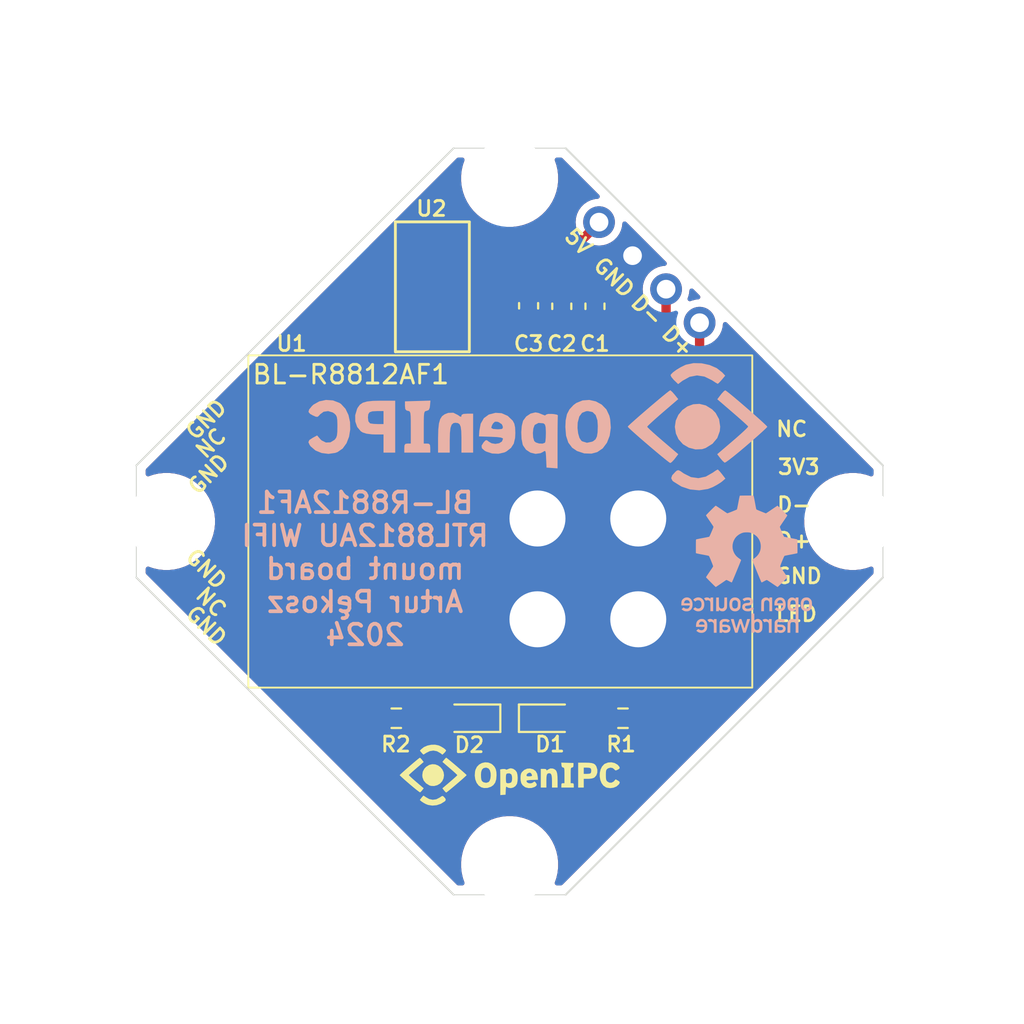
<source format=kicad_pcb>
(kicad_pcb (version 20240108) (generator "pcbnew") (generator_version "8.0")
  (layers (0 "F.Cu" signal) (31 "B.Cu" signal) (34 "B.Paste" user) (35 "F.Paste" user) (36 "B.SilkS" user "B.Silkscreen") (37 "F.SilkS" user "F.Silkscreen") (38 "B.Mask" user) (39 "F.Mask" user) (44 "Edge.Cuts" user))
  (net 0 "")
  (net 1 "GND")
  (net 2 "+3V3")
  (net 3 "/DP")
  (net 5 "/DM")
  (net 7 "Net-(U1-LED)")
  (net 9 "+5V")
  (net 10 "Net-(D1-A)")
  (net 11 "Net-(D2-A)")
  (footprint "MountingHole:MountingHole_4mm" (layer "F.Cu") (at 111.094776 149.098)
    (property "Reference" "H1" (hide yes))
    (property "Value" "MountingHole" (hide yes))
    (pad "" np_thru_hole circle (at 0 0) (size 4.2 4.2) (drill 4.2) (layers "F&B.Cu" "*.Mask"))
  )
  (footprint "Connector_PinHeader_2.54mm:PinHeader_1x04_P2.54mm_Vertical" (layer "F.Cu") (at 96.901 151.638)
    (property "Reference" "J2" (hide yes))
    (property "Value" "Conn_01x04_Pin" (hide yes))
    (pad "1" thru_hole circle (at -2.7 -2.7) (size 4 4) (drill 3) (layers "*.Cu" "*.Mask") (net 1 "GND"))
    (pad "2" thru_hole circle (at 2.7 -2.7) (size 4 4) (drill 3) (layers "*.Cu" "*.Mask") (net 1 "GND"))
    (pad "3" thru_hole circle (at -2.7 2.7) (size 4 4) (drill 3) (layers "*.Cu" "*.Mask") (net 1 "GND"))
    (pad "4" thru_hole circle (at 2.7 2.7) (size 4 4) (drill 3) (layers "*.Cu" "*.Mask") (net 1 "GND"))
  )
  (footprint "MountingHole:MountingHole_4mm" (layer "F.Cu") (at 74.325224 149.098)
    (property "Reference" "H2" (hide yes))
    (property "Value" "MountingHole" (hide yes))
    (pad "" np_thru_hole circle (at 0 0) (size 4.2 4.2) (drill 4.2) (layers "F&B.Cu" "*.Mask"))
  )
  (footprint "Capacitor_SMD:C_0603_1608Metric_Pad1.08x0.95mm_HandSolder" (layer "F.Cu") (at 95.504 137.5675 -90)
    (property "Reference" "C2" (at 2.0055 0 180) (layer "F.SilkS") (effects (font (size 0.8 0.8))))
    (property "Value" "1u")
    (pad "1" smd roundrect (at -0.8625 0 270) (size 1.075 0.95) (layers "F.Cu" "F.Paste" "F.Mask") (net 2 "+3V3"))
    (pad "2" smd roundrect (at 0.8625 0 270) (size 1.075 0.95) (layers "F.Cu" "F.Paste" "F.Mask") (net 1 "GND"))
  )
  (footprint "Capacitor_SMD:C_0603_1608Metric_Pad1.08x0.95mm_HandSolder" (layer "F.Cu") (at 93.726 137.541 -90)
    (property "Reference" "C3" (at 2.032 0 180) (layer "F.SilkS") (effects (font (size 0.8 0.8))))
    (property "Value" "4u7")
    (pad "1" smd roundrect (at -0.8625 0 270) (size 1.075 0.95) (layers "F.Cu" "F.Paste" "F.Mask") (net 2 "+3V3"))
    (pad "2" smd roundrect (at 0.8625 0 270) (size 1.075 0.95) (layers "F.Cu" "F.Paste" "F.Mask") (net 1 "GND"))
  )
  (footprint "LED_SMD:LED_0603_1608Metric_Pad1.05x0.95mm_HandSolder" (layer "F.Cu") (at 94.869 159.639)
    (property "Reference" "D1" (at 0 1.397 0) (layer "F.SilkS") (effects (font (size 0.8 0.8))))
    (property "Value" "LED")
    (pad "1" smd roundrect (at -0.875 0) (size 1.05 0.95) (layers "F.Cu" "F.Paste" "F.Mask") (net 1 "GND"))
    (pad "2" smd roundrect (at 0.875 0) (size 1.05 0.95) (layers "F.Cu" "F.Paste" "F.Mask") (net 10 "Net-(D1-A)"))
  )
  (footprint "LED_SMD:LED_0603_1608Metric_Pad1.05x0.95mm_HandSolder" (layer "F.Cu") (at 90.551 159.639 180)
    (property "Reference" "D2" (at 0 -1.43 0) (layer "F.SilkS") (effects (font (size 0.8 0.8))))
    (property "Value" "LED")
    (pad "1" smd roundrect (at -0.875 0 180) (size 1.05 0.95) (layers "F.Cu" "F.Paste" "F.Mask") (net 1 "GND"))
    (pad "2" smd roundrect (at 0.875 0 180) (size 1.05 0.95) (layers "F.Cu" "F.Paste" "F.Mask") (net 11 "Net-(D2-A)"))
  )
  (footprint "MountingHole:MountingHole_4mm" (layer "F.Cu") (at 92.71 130.713224)
    (property "Reference" "H3" (hide yes))
    (property "Value" "MountingHole" (hide yes))
    (pad "" np_thru_hole circle (at 0 0) (size 4.2 4.2) (drill 4.2) (layers "F&B.Cu" "*.Mask"))
  )
  (footprint "Resistor_SMD:R_0603_1608Metric_Pad0.98x0.95mm_HandSolder" (layer "F.Cu") (at 98.7825 159.639)
    (property "Reference" "R1" (at -0.1035 1.397 0) (layer "F.SilkS") (effects (font (size 0.8 0.8))))
    (property "Value" "1k")
    (pad "1" smd roundrect (at -0.9125 0) (size 0.975 0.95) (layers "F.Cu" "F.Paste" "F.Mask") (net 10 "Net-(D1-A)"))
    (pad "2" smd roundrect (at 0.9125 0) (size 0.975 0.95) (layers "F.Cu" "F.Paste" "F.Mask") (net 7 "Net-(U1-LED)"))
  )
  (footprint "MountingHole:MountingHole_4mm" (layer "F.Cu") (at 92.71 167.482776)
    (property "Reference" "H4" (hide yes))
    (property "Value" "MountingHole" (hide yes))
    (pad "" np_thru_hole circle (at 0 0) (size 4.2 4.2) (drill 4.2) (layers "F&B.Cu" "*.Mask"))
  )
  (footprint "Własne części:OpenIPC logo 12mm" (layer "F.Cu") (at 92.71 162.687)
    (property "Reference" "G***" (hide yes))
    (property "Value" "LOGO" (hide yes))
  )
  (footprint "Connector_PinHeader_2.54mm:PinHeader_1x04_P2.54mm_Vertical" (layer "F.Cu") (at 97.499898 133.059898 45)
    (property "Reference" "J1" (hide yes))
    (property "Value" "Conn_01x04_Pin" (hide yes))
    (pad "1" thru_hole circle (at 0 0 45) (size 1.7 1.7) (drill 1) (layers "*.Cu" "*.Mask") (net 9 "+5V"))
    (pad "2" thru_hole oval (at 0 2.54 45) (size 1.7 1.7) (drill 1) (layers "*.Cu" "*.Mask") (net 1 "GND"))
    (pad "3" thru_hole oval (at 0 5.079999 45) (size 1.7 1.7) (drill 1) (layers "*.Cu" "*.Mask") (net 5 "/DM"))
    (pad "4" thru_hole oval (at 0 7.62 45) (size 1.7 1.7) (drill 1) (layers "*.Cu" "*.Mask") (net 3 "/DP"))
  )
  (footprint "Capacitor_SMD:C_0603_1608Metric_Pad1.08x0.95mm_HandSolder" (layer "F.Cu") (at 97.282 137.5675 -90)
    (property "Reference" "C1" (at 2.0055 0 180) (layer "F.SilkS") (effects (font (size 0.8 0.8))))
    (property "Value" "1u")
    (pad "1" smd roundrect (at -0.8625 0 270) (size 1.075 0.95) (layers "F.Cu" "F.Paste" "F.Mask") (net 9 "+5V"))
    (pad "2" smd roundrect (at 0.8625 0 270) (size 1.075 0.95) (layers "F.Cu" "F.Paste" "F.Mask") (net 1 "GND"))
  )
  (footprint "LDL1117S33R:SOT223_STM" (layer "F.Cu") (at 88.5698 136.525 90)
    (property "Reference" "U2" (at 4.191 -0.0508 0) (layer "F.SilkS") (effects (font (size 0.8 0.8))))
    (property "Value" "LDL1117S33R")
    (pad "1" smd rect (at -2.3 3.2258 90) (size 0.9008 1.5494) (layers "F.Cu" "F.Paste" "F.Mask") (net 1 "GND"))
    (pad "2" smd rect (at 0 3.2258 90) (size 0.9008 1.5494) (layers "F.Cu" "F.Paste" "F.Mask") (net 2 "+3V3"))
    (pad "3" smd rect (at 2.3 3.2258 90) (size 0.9008 1.5494) (layers "F.Cu" "F.Paste" "F.Mask") (net 9 "+5V"))
    (pad "4" smd rect (at 0 -3.2258 90) (size 3.2004 1.5494) (layers "F.Cu" "F.Paste" "F.Mask") (net 2 "+3V3"))
  )
  (footprint "Własne części:BL-R8812AF1" (layer "F.Cu") (at 92.21 149.098 180)
    (property "Reference" "BL-R8812AF1" (at 8.009 7.874 0) (layer "F.SilkS"))
    (property "Value" "~")
    (pad "1" smd roundrect (at -13.5 5 180) (size 2.2 1.1) (layers "F.Cu" "F.Paste" "F.Mask"))
    (pad "2" smd roundrect (at -13.5 3 180) (size 2.2 1.1) (layers "F.Cu" "F.Paste" "F.Mask") (net 2 "+3V3"))
    (pad "3" smd roundrect (at -13.5 1 180) (size 2.2 1.1) (layers "F.Cu" "F.Paste" "F.Mask") (net 5 "/DM"))
    (pad "4" smd roundrect (at -13.5 -1 180) (size 2.2 1.1) (layers "F.Cu" "F.Paste" "F.Mask") (net 3 "/DP"))
    (pad "5" smd roundrect (at -13.5 -3 180) (size 2.2 1.1) (layers "F.Cu" "F.Paste" "F.Mask") (net 1 "GND"))
    (pad "6" smd roundrect (at -13.5 -5 180) (size 2.2 1.1) (layers "F.Cu" "F.Paste" "F.Mask") (net 7 "Net-(U1-LED)"))
    (pad "7" smd roundrect (at 13.5 -5.65 180) (size 2.2 1.1) (layers "F.Cu" "F.Paste" "F.Mask") (net 1 "GND"))
    (pad "8" smd roundrect (at 13.5 -4.15 180) (size 2.2 1.1) (layers "F.Cu" "F.Paste" "F.Mask"))
    (pad "9" smd roundrect (at 13.5 -2.65 180) (size 2.2 1.1) (layers "F.Cu" "F.Paste" "F.Mask") (net 1 "GND"))
    (pad "10" smd roundrect (at 13.5 2.65 180) (size 2.2 1.1) (layers "F.Cu" "F.Paste" "F.Mask") (net 1 "GND"))
    (pad "11" smd roundrect (at 13.5 4.15 180) (size 2.2 1.1) (layers "F.Cu" "F.Paste" "F.Mask"))
    (pad "12" smd roundrect (at 13.5 5.65 180) (size 2.2 1.1) (layers "F.Cu" "F.Paste" "F.Mask") (net 1 "GND"))
  )
  (footprint "Resistor_SMD:R_0603_1608Metric_Pad0.98x0.95mm_HandSolder" (layer "F.Cu") (at 86.6375 159.639 180)
    (property "Reference" "R2" (at 0.0235 -1.397 0) (layer "F.SilkS") (effects (font (size 0.8 0.8))))
    (property "Value" "1k")
    (pad "1" smd roundrect (at -0.9125 0 180) (size 0.975 0.95) (layers "F.Cu" "F.Paste" "F.Mask") (net 11 "Net-(D2-A)"))
    (pad "2" smd roundrect (at 0.9125 0 180) (size 0.975 0.95) (layers "F.Cu" "F.Paste" "F.Mask") (net 2 "+3V3"))
  )
  (footprint "Własne części:Open source logo 7mm" (layer "B.Cu") (at 105.41 151.384 180)
    (property "Reference" "G***" (hide yes))
    (property "Value" "LOGO" (hide yes))
  )
  (footprint "Własne części:OpenIPC logo 25mm" (layer "B.Cu") (at 94.234 144.018 180)
    (property "Reference" "G***" (hide yes))
    (property "Value" "LOGO" (hide yes))
  )
  (gr_line (start 72.71 146.098) (end 72.71 152.098) (stroke (width 0.05)) (layer "Edge.Cuts"))
  (gr_line (start 89.71 169.098) (end 95.71 169.098) (stroke (width 0.05)) (layer "Edge.Cuts"))
  (gr_line (start 72.71 152.098) (end 89.71 169.098) (stroke (width 0.1)) (layer "Edge.Cuts"))
  (gr_line (start 112.71 146.098) (end 95.71 129.098) (stroke (width 0.1)) (layer "Edge.Cuts"))
  (gr_line (start 95.71 169.098) (end 112.71 152.098) (stroke (width 0.1)) (layer "Edge.Cuts"))
  (gr_line (start 112.71 146.098) (end 112.71 152.098) (stroke (width 0.05)) (layer "Edge.Cuts"))
  (gr_line (start 89.71 129.098) (end 95.71 129.098) (stroke (width 0.05)) (layer "Edge.Cuts"))
  (gr_line (start 89.71 129.098) (end 72.71 146.098) (stroke (width 0.1)) (layer "Edge.Cuts"))
  (gr_text "BL-R8812AF1\nRTL8812AU WIFI\nmount board\nArtur Pękosz\n2024" (at 84.963 151.638 0) (layer "B.SilkS") (effects (font (size 1.1 1.1) (thickness 0.2) (bold yes)) (justify mirror)))
  (gr_text "GND" (at 76.454 151.638 315) (layer "F.SilkS") (effects (font (size 0.8 0.8))))
  (gr_text "GND" (at 76.581 146.558 45) (layer "F.SilkS") (effects (font (size 0.8 0.8))))
  (gr_text "D+" (at 101.727 139.446 315) (layer "F.SilkS") (effects (font (size 0.8 0.8))))
  (gr_text "GND" (at 98.298 136.017 315) (layer "F.SilkS") (effects (font (size 0.8 0.8))))
  (gr_text "3V3" (at 108.204 146.177 0) (layer "F.SilkS") (effects (font (size 0.8 0.8))))
  (gr_text "D+" (at 107.95 150.114 0) (layer "F.SilkS") (effects (font (size 0.8 0.8))))
  (gr_text "5V" (at 96.393 134.112 315) (layer "F.SilkS") (effects (font (size 0.8 0.8))))
  (gr_text "D-" (at 107.95 148.209 0) (layer "F.SilkS") (effects (font (size 0.8 0.8))))
  (gr_text "D-" (at 100.076 137.795 315) (layer "F.SilkS") (effects (font (size 0.8 0.8))))
  (gr_text "U1" (at 81.026 139.573 0) (layer "F.SilkS") (effects (font (size 0.8 0.8))))
  (gr_text "GND" (at 76.454 143.637 45) (layer "F.SilkS") (effects (font (size 0.8 0.8))))
  (gr_text "NC" (at 76.708 153.416 315) (layer "F.SilkS") (effects (font (size 0.8 0.8))))
  (gr_text "NC" (at 76.708 144.907 45) (layer "F.SilkS") (effects (font (size 0.8 0.8))))
  (gr_text "GND" (at 108.204 152.019 0) (layer "F.SilkS") (effects (font (size 0.8 0.8))))
  (gr_text "LED" (at 108.077 154.051 0) (layer "F.SilkS") (effects (font (size 0.8 0.8))))
  (gr_text "NC" (at 107.823 144.145 0) (layer "F.SilkS") (effects (font (size 0.8 0.8))))
  (gr_text "GND" (at 76.454 154.686 315) (layer "F.SilkS") (effects (font (size 0.8 0.8))))
  (segment (start 102.743 147.965) (end 102.743 149.733) (width 0.5) (layer "F.Cu") (net 2))
  (segment (start 95.4775 136.6785) (end 95.504 136.705) (width 0.2) (layer "F.Cu") (net 2))
  (segment (start 104.61 146.098) (end 102.743 147.965) (width 0.5) (layer "F.Cu") (net 2))
  (segment (start 93.726 136.6785) (end 95.4775 136.6785) (width 0.5) (layer "F.Cu") (net 2))
  (segment (start 85.344 136.525) (end 91.7956 136.525) (width 0.5) (layer "F.Cu") (net 2))
  (segment (start 85.598 136.398) (end 85.344 136.398) (width 0.5) (layer "F.Cu") (net 2))
  (segment (start 99.628478 141.224) (end 90.424 141.224) (width 0.5) (layer "F.Cu") (net 2))
  (segment (start 93.485 136.525) (end 93.726 136.766) (width 0.5) (layer "F.Cu") (net 2))
  (segment (start 105.71 146.098) (end 104.502478 146.098) (width 0.5) (layer "F.Cu") (net 2))
  (segment (start 104.502478 146.098) (end 99.628478 141.224) (width 0.5) (layer "F.Cu") (net 2))
  (segment (start 85.789 158.559) (end 85.789 159.639) (width 0.5) (layer "F.Cu") (net 2))
  (segment (start 95.745 136.906) (end 95.758 136.893) (width 0.5) (layer "F.Cu") (net 2))
  (segment (start 100.788 151.688) (end 92.66 151.688) (width 0.5) (layer "F.Cu") (net 2))
  (segment (start 93.98 136.893) (end 93.993 136.906) (width 0.5) (layer "F.Cu") (net 2))
  (segment (start 92.66 151.688) (end 85.789 158.559) (width 0.5) (layer "F.Cu") (net 2))
  (segment (start 102.743 149.733) (end 100.788 151.688) (width 0.5) (layer "F.Cu") (net 2))
  (segment (start 90.424 141.224) (end 85.598 136.398) (width 0.5) (layer "F.Cu") (net 2))
  (segment (start 91.7956 136.525) (end 93.485 136.525) (width 0.5) (layer "F.Cu") (net 2))
  (segment (start 105.71 146.098) (end 104.61 146.098) (width 0.5) (layer "F.Cu") (net 2))
  (segment (start 108.458 147.828) (end 108.458 143.256) (width 0.5) (layer "F.Cu") (net 3))
  (segment (start 106.21 150.098) (end 106.442 150.098) (width 0.5) (layer "F.Cu") (net 3))
  (segment (start 106.426 141.224) (end 104.14 141.224) (width 0.5) (layer "F.Cu") (net 3))
  (segment (start 104.14 141.224) (end 102.888052 139.972052) (width 0.5) (layer "F.Cu") (net 3))
  (segment (start 102.616 138.43) (end 102.634051 138.411949) (width 0.5) (layer "F.Cu") (net 3))
  (segment (start 106.188 150.098) (end 108.458 147.828) (width 0.5) (layer "F.Cu") (net 3))
  (segment (start 105.71 150.098) (end 106.188 150.098) (width 0.5) (layer "F.Cu") (net 3))
  (segment (start 102.888052 139.972052) (end 102.888052 138.448052) (width 0.5) (layer "F.Cu") (net 3))
  (segment (start 108.458 143.256) (end 106.426 141.224) (width 0.5) (layer "F.Cu") (net 3))
  (segment (start 102.616 138.871076) (end 102.616 138.43) (width 0.5) (layer "F.Cu") (net 3))
  (segment (start 105.71 148.098) (end 106.41 148.098) (width 0.5) (layer "F.Cu") (net 5))
  (segment (start 107.442 147.066) (end 107.442 143.51) (width 0.5) (layer "F.Cu") (net 5))
  (segment (start 101.092 136.906) (end 100.981096 136.795096) (width 0.5) (layer "F.Cu") (net 5))
  (segment (start 101.092 139.954) (end 101.092 136.906) (width 0.5) (layer "F.Cu") (net 5))
  (segment (start 106.41 148.098) (end 107.442 147.066) (width 0.5) (layer "F.Cu") (net 5))
  (segment (start 106.426 142.494) (end 103.632 142.494) (width 0.5) (layer "F.Cu") (net 5))
  (segment (start 107.442 143.51) (end 106.426 142.494) (width 0.5) (layer "F.Cu") (net 5))
  (segment (start 106.21 148.098) (end 106.41 148.098) (width 0.5) (layer "F.Cu") (net 5))
  (segment (start 103.632 142.494) (end 101.092 139.954) (width 0.5) (layer "F.Cu") (net 5))
  (segment (start 105.71 154.098) (end 100.169 159.639) (width 0.5) (layer "F.Cu") (net 7))
  (segment (start 100.169 159.639) (end 99.631 159.639) (width 0.5) (layer "F.Cu") (net 7))
  (segment (start 94.742 134.225) (end 96.366988 134.225) (width 0.5) (layer "F.Cu") (net 9))
  (segment (start 96.366988 134.225) (end 97.388994 133.202994) (width 0.5) (layer "F.Cu") (net 9))
  (segment (start 97.282 136.765) (end 94.742 134.225) (width 0.5) (layer "F.Cu") (net 9))
  (segment (start 97.282 136.779) (end 97.282 136.765) (width 0.5) (layer "F.Cu") (net 9))
  (segment (start 91.7956 134.225) (end 94.742 134.225) (width 0.5) (layer "F.Cu") (net 9))
  (segment (start 97.981 159.639) (end 95.517 159.639) (width 0.5) (layer "F.Cu") (net 10))
  (segment (start 89.903 159.639) (end 87.439 159.639) (width 0.5) (layer "F.Cu") (net 11))
  (zone (net 1) (net_name "GND") (layers "F&B.Cu") (name "GND") (connect_pads yes (clearance 0.4)) (min_thickness 0.25) (fill yes (thermal_gap 0.5) (thermal_bridge_width 0.5) (island_removal_mode 1) (island_area_min 10))
    (polygon (pts (xy 86.36 123.698) (xy 65.405 147.955) (xy 91.948 176.022) (xy 120.269 151.892) (xy 92.329 121.158)))
  )
)
</source>
